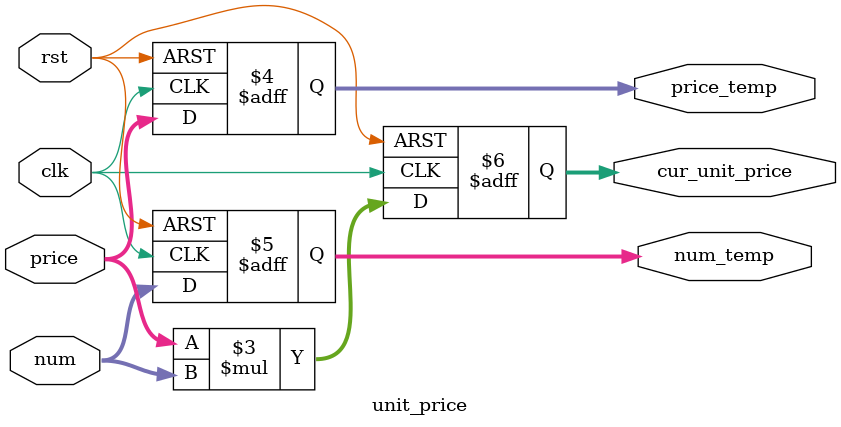
<source format=v>
module unit_price(
    input clk,
    input rst,
    input [3:0] price,
    input [3:0] num,
    output reg [3:0] price_temp,
    output reg [3:0] num_temp,
    output reg [7:0] cur_unit_price
);
always @(posedge clk or negedge rst) begin
    if(!rst) begin
        price_temp = 0;
        num_temp = 0;
        cur_unit_price = 0;
    end
    else begin
        price_temp = price;
        num_temp = num;
        cur_unit_price = price_temp * num_temp;
    end
end
endmodule
</source>
